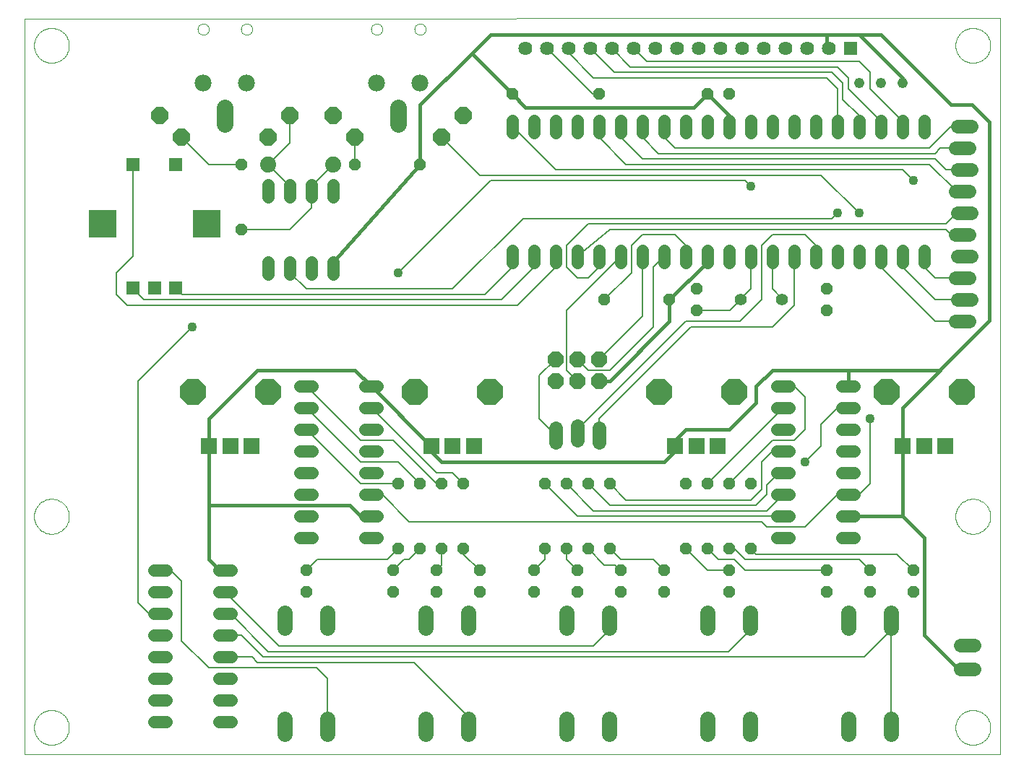
<source format=gtl>
G75*
G70*
%OFA0B0*%
%FSLAX24Y24*%
%IPPOS*%
%LPD*%
%AMOC8*
5,1,8,0,0,1.08239X$1,22.5*
%
%ADD10C,0.0000*%
%ADD11OC8,0.0740*%
%ADD12C,0.0560*%
%ADD13OC8,0.0560*%
%ADD14R,0.0740X0.0740*%
%ADD15OC8,0.1181*%
%ADD16C,0.0640*%
%ADD17C,0.0710*%
%ADD18R,0.0634X0.0634*%
%ADD19R,0.1266X0.1266*%
%ADD20C,0.0780*%
%ADD21OC8,0.0780*%
%ADD22C,0.0780*%
%ADD23C,0.0740*%
%ADD24R,0.0640X0.0640*%
%ADD25C,0.0640*%
%ADD26C,0.0480*%
%ADD27C,0.0560*%
%ADD28C,0.0160*%
%ADD29C,0.0080*%
%ADD30C,0.0436*%
D10*
X000864Y000865D02*
X000864Y034861D01*
X045864Y034865D01*
X045864Y000865D01*
X000864Y000865D01*
X001307Y002115D02*
X001309Y002171D01*
X001315Y002227D01*
X001325Y002283D01*
X001338Y002337D01*
X001356Y002391D01*
X001377Y002443D01*
X001401Y002494D01*
X001430Y002543D01*
X001461Y002589D01*
X001496Y002634D01*
X001533Y002676D01*
X001574Y002715D01*
X001617Y002751D01*
X001663Y002784D01*
X001710Y002814D01*
X001760Y002840D01*
X001812Y002863D01*
X001865Y002883D01*
X001919Y002898D01*
X001974Y002910D01*
X002030Y002918D01*
X002086Y002922D01*
X002142Y002922D01*
X002198Y002918D01*
X002254Y002910D01*
X002309Y002898D01*
X002363Y002883D01*
X002416Y002863D01*
X002468Y002840D01*
X002517Y002814D01*
X002565Y002784D01*
X002611Y002751D01*
X002654Y002715D01*
X002695Y002676D01*
X002732Y002634D01*
X002767Y002589D01*
X002798Y002543D01*
X002827Y002494D01*
X002851Y002443D01*
X002872Y002391D01*
X002890Y002337D01*
X002903Y002283D01*
X002913Y002227D01*
X002919Y002171D01*
X002921Y002115D01*
X002919Y002059D01*
X002913Y002003D01*
X002903Y001947D01*
X002890Y001893D01*
X002872Y001839D01*
X002851Y001787D01*
X002827Y001736D01*
X002798Y001687D01*
X002767Y001641D01*
X002732Y001596D01*
X002695Y001554D01*
X002654Y001515D01*
X002611Y001479D01*
X002565Y001446D01*
X002518Y001416D01*
X002468Y001390D01*
X002416Y001367D01*
X002363Y001347D01*
X002309Y001332D01*
X002254Y001320D01*
X002198Y001312D01*
X002142Y001308D01*
X002086Y001308D01*
X002030Y001312D01*
X001974Y001320D01*
X001919Y001332D01*
X001865Y001347D01*
X001812Y001367D01*
X001760Y001390D01*
X001710Y001416D01*
X001663Y001446D01*
X001617Y001479D01*
X001574Y001515D01*
X001533Y001554D01*
X001496Y001596D01*
X001461Y001641D01*
X001430Y001687D01*
X001401Y001736D01*
X001377Y001787D01*
X001356Y001839D01*
X001338Y001893D01*
X001325Y001947D01*
X001315Y002003D01*
X001309Y002059D01*
X001307Y002115D01*
X001307Y011865D02*
X001309Y011921D01*
X001315Y011977D01*
X001325Y012033D01*
X001338Y012087D01*
X001356Y012141D01*
X001377Y012193D01*
X001401Y012244D01*
X001430Y012293D01*
X001461Y012339D01*
X001496Y012384D01*
X001533Y012426D01*
X001574Y012465D01*
X001617Y012501D01*
X001663Y012534D01*
X001710Y012564D01*
X001760Y012590D01*
X001812Y012613D01*
X001865Y012633D01*
X001919Y012648D01*
X001974Y012660D01*
X002030Y012668D01*
X002086Y012672D01*
X002142Y012672D01*
X002198Y012668D01*
X002254Y012660D01*
X002309Y012648D01*
X002363Y012633D01*
X002416Y012613D01*
X002468Y012590D01*
X002517Y012564D01*
X002565Y012534D01*
X002611Y012501D01*
X002654Y012465D01*
X002695Y012426D01*
X002732Y012384D01*
X002767Y012339D01*
X002798Y012293D01*
X002827Y012244D01*
X002851Y012193D01*
X002872Y012141D01*
X002890Y012087D01*
X002903Y012033D01*
X002913Y011977D01*
X002919Y011921D01*
X002921Y011865D01*
X002919Y011809D01*
X002913Y011753D01*
X002903Y011697D01*
X002890Y011643D01*
X002872Y011589D01*
X002851Y011537D01*
X002827Y011486D01*
X002798Y011437D01*
X002767Y011391D01*
X002732Y011346D01*
X002695Y011304D01*
X002654Y011265D01*
X002611Y011229D01*
X002565Y011196D01*
X002518Y011166D01*
X002468Y011140D01*
X002416Y011117D01*
X002363Y011097D01*
X002309Y011082D01*
X002254Y011070D01*
X002198Y011062D01*
X002142Y011058D01*
X002086Y011058D01*
X002030Y011062D01*
X001974Y011070D01*
X001919Y011082D01*
X001865Y011097D01*
X001812Y011117D01*
X001760Y011140D01*
X001710Y011166D01*
X001663Y011196D01*
X001617Y011229D01*
X001574Y011265D01*
X001533Y011304D01*
X001496Y011346D01*
X001461Y011391D01*
X001430Y011437D01*
X001401Y011486D01*
X001377Y011537D01*
X001356Y011589D01*
X001338Y011643D01*
X001325Y011697D01*
X001315Y011753D01*
X001309Y011809D01*
X001307Y011865D01*
X001307Y033615D02*
X001309Y033671D01*
X001315Y033727D01*
X001325Y033783D01*
X001338Y033837D01*
X001356Y033891D01*
X001377Y033943D01*
X001401Y033994D01*
X001430Y034043D01*
X001461Y034089D01*
X001496Y034134D01*
X001533Y034176D01*
X001574Y034215D01*
X001617Y034251D01*
X001663Y034284D01*
X001710Y034314D01*
X001760Y034340D01*
X001812Y034363D01*
X001865Y034383D01*
X001919Y034398D01*
X001974Y034410D01*
X002030Y034418D01*
X002086Y034422D01*
X002142Y034422D01*
X002198Y034418D01*
X002254Y034410D01*
X002309Y034398D01*
X002363Y034383D01*
X002416Y034363D01*
X002468Y034340D01*
X002517Y034314D01*
X002565Y034284D01*
X002611Y034251D01*
X002654Y034215D01*
X002695Y034176D01*
X002732Y034134D01*
X002767Y034089D01*
X002798Y034043D01*
X002827Y033994D01*
X002851Y033943D01*
X002872Y033891D01*
X002890Y033837D01*
X002903Y033783D01*
X002913Y033727D01*
X002919Y033671D01*
X002921Y033615D01*
X002919Y033559D01*
X002913Y033503D01*
X002903Y033447D01*
X002890Y033393D01*
X002872Y033339D01*
X002851Y033287D01*
X002827Y033236D01*
X002798Y033187D01*
X002767Y033141D01*
X002732Y033096D01*
X002695Y033054D01*
X002654Y033015D01*
X002611Y032979D01*
X002565Y032946D01*
X002518Y032916D01*
X002468Y032890D01*
X002416Y032867D01*
X002363Y032847D01*
X002309Y032832D01*
X002254Y032820D01*
X002198Y032812D01*
X002142Y032808D01*
X002086Y032808D01*
X002030Y032812D01*
X001974Y032820D01*
X001919Y032832D01*
X001865Y032847D01*
X001812Y032867D01*
X001760Y032890D01*
X001710Y032916D01*
X001663Y032946D01*
X001617Y032979D01*
X001574Y033015D01*
X001533Y033054D01*
X001496Y033096D01*
X001461Y033141D01*
X001430Y033187D01*
X001401Y033236D01*
X001377Y033287D01*
X001356Y033339D01*
X001338Y033393D01*
X001325Y033447D01*
X001315Y033503D01*
X001309Y033559D01*
X001307Y033615D01*
X008854Y034365D02*
X008856Y034397D01*
X008862Y034428D01*
X008872Y034459D01*
X008885Y034488D01*
X008902Y034515D01*
X008922Y034540D01*
X008945Y034562D01*
X008970Y034582D01*
X008998Y034598D01*
X009028Y034610D01*
X009058Y034619D01*
X009090Y034624D01*
X009122Y034625D01*
X009154Y034622D01*
X009185Y034615D01*
X009215Y034604D01*
X009244Y034590D01*
X009271Y034572D01*
X009295Y034552D01*
X009317Y034528D01*
X009335Y034502D01*
X009350Y034474D01*
X009362Y034444D01*
X009370Y034413D01*
X009374Y034381D01*
X009374Y034349D01*
X009370Y034317D01*
X009362Y034286D01*
X009350Y034256D01*
X009335Y034228D01*
X009317Y034202D01*
X009295Y034178D01*
X009271Y034158D01*
X009244Y034140D01*
X009215Y034126D01*
X009185Y034115D01*
X009154Y034108D01*
X009122Y034105D01*
X009090Y034106D01*
X009058Y034111D01*
X009028Y034120D01*
X008998Y034132D01*
X008970Y034148D01*
X008945Y034168D01*
X008922Y034190D01*
X008902Y034215D01*
X008885Y034242D01*
X008872Y034271D01*
X008862Y034302D01*
X008856Y034333D01*
X008854Y034365D01*
X010854Y034365D02*
X010856Y034397D01*
X010862Y034428D01*
X010872Y034459D01*
X010885Y034488D01*
X010902Y034515D01*
X010922Y034540D01*
X010945Y034562D01*
X010970Y034582D01*
X010998Y034598D01*
X011028Y034610D01*
X011058Y034619D01*
X011090Y034624D01*
X011122Y034625D01*
X011154Y034622D01*
X011185Y034615D01*
X011215Y034604D01*
X011244Y034590D01*
X011271Y034572D01*
X011295Y034552D01*
X011317Y034528D01*
X011335Y034502D01*
X011350Y034474D01*
X011362Y034444D01*
X011370Y034413D01*
X011374Y034381D01*
X011374Y034349D01*
X011370Y034317D01*
X011362Y034286D01*
X011350Y034256D01*
X011335Y034228D01*
X011317Y034202D01*
X011295Y034178D01*
X011271Y034158D01*
X011244Y034140D01*
X011215Y034126D01*
X011185Y034115D01*
X011154Y034108D01*
X011122Y034105D01*
X011090Y034106D01*
X011058Y034111D01*
X011028Y034120D01*
X010998Y034132D01*
X010970Y034148D01*
X010945Y034168D01*
X010922Y034190D01*
X010902Y034215D01*
X010885Y034242D01*
X010872Y034271D01*
X010862Y034302D01*
X010856Y034333D01*
X010854Y034365D01*
X016854Y034365D02*
X016856Y034397D01*
X016862Y034428D01*
X016872Y034459D01*
X016885Y034488D01*
X016902Y034515D01*
X016922Y034540D01*
X016945Y034562D01*
X016970Y034582D01*
X016998Y034598D01*
X017028Y034610D01*
X017058Y034619D01*
X017090Y034624D01*
X017122Y034625D01*
X017154Y034622D01*
X017185Y034615D01*
X017215Y034604D01*
X017244Y034590D01*
X017271Y034572D01*
X017295Y034552D01*
X017317Y034528D01*
X017335Y034502D01*
X017350Y034474D01*
X017362Y034444D01*
X017370Y034413D01*
X017374Y034381D01*
X017374Y034349D01*
X017370Y034317D01*
X017362Y034286D01*
X017350Y034256D01*
X017335Y034228D01*
X017317Y034202D01*
X017295Y034178D01*
X017271Y034158D01*
X017244Y034140D01*
X017215Y034126D01*
X017185Y034115D01*
X017154Y034108D01*
X017122Y034105D01*
X017090Y034106D01*
X017058Y034111D01*
X017028Y034120D01*
X016998Y034132D01*
X016970Y034148D01*
X016945Y034168D01*
X016922Y034190D01*
X016902Y034215D01*
X016885Y034242D01*
X016872Y034271D01*
X016862Y034302D01*
X016856Y034333D01*
X016854Y034365D01*
X018854Y034365D02*
X018856Y034397D01*
X018862Y034428D01*
X018872Y034459D01*
X018885Y034488D01*
X018902Y034515D01*
X018922Y034540D01*
X018945Y034562D01*
X018970Y034582D01*
X018998Y034598D01*
X019028Y034610D01*
X019058Y034619D01*
X019090Y034624D01*
X019122Y034625D01*
X019154Y034622D01*
X019185Y034615D01*
X019215Y034604D01*
X019244Y034590D01*
X019271Y034572D01*
X019295Y034552D01*
X019317Y034528D01*
X019335Y034502D01*
X019350Y034474D01*
X019362Y034444D01*
X019370Y034413D01*
X019374Y034381D01*
X019374Y034349D01*
X019370Y034317D01*
X019362Y034286D01*
X019350Y034256D01*
X019335Y034228D01*
X019317Y034202D01*
X019295Y034178D01*
X019271Y034158D01*
X019244Y034140D01*
X019215Y034126D01*
X019185Y034115D01*
X019154Y034108D01*
X019122Y034105D01*
X019090Y034106D01*
X019058Y034111D01*
X019028Y034120D01*
X018998Y034132D01*
X018970Y034148D01*
X018945Y034168D01*
X018922Y034190D01*
X018902Y034215D01*
X018885Y034242D01*
X018872Y034271D01*
X018862Y034302D01*
X018856Y034333D01*
X018854Y034365D01*
X043807Y033615D02*
X043809Y033671D01*
X043815Y033727D01*
X043825Y033783D01*
X043838Y033837D01*
X043856Y033891D01*
X043877Y033943D01*
X043901Y033994D01*
X043930Y034043D01*
X043961Y034089D01*
X043996Y034134D01*
X044033Y034176D01*
X044074Y034215D01*
X044117Y034251D01*
X044163Y034284D01*
X044210Y034314D01*
X044260Y034340D01*
X044312Y034363D01*
X044365Y034383D01*
X044419Y034398D01*
X044474Y034410D01*
X044530Y034418D01*
X044586Y034422D01*
X044642Y034422D01*
X044698Y034418D01*
X044754Y034410D01*
X044809Y034398D01*
X044863Y034383D01*
X044916Y034363D01*
X044968Y034340D01*
X045017Y034314D01*
X045065Y034284D01*
X045111Y034251D01*
X045154Y034215D01*
X045195Y034176D01*
X045232Y034134D01*
X045267Y034089D01*
X045298Y034043D01*
X045327Y033994D01*
X045351Y033943D01*
X045372Y033891D01*
X045390Y033837D01*
X045403Y033783D01*
X045413Y033727D01*
X045419Y033671D01*
X045421Y033615D01*
X045419Y033559D01*
X045413Y033503D01*
X045403Y033447D01*
X045390Y033393D01*
X045372Y033339D01*
X045351Y033287D01*
X045327Y033236D01*
X045298Y033187D01*
X045267Y033141D01*
X045232Y033096D01*
X045195Y033054D01*
X045154Y033015D01*
X045111Y032979D01*
X045065Y032946D01*
X045018Y032916D01*
X044968Y032890D01*
X044916Y032867D01*
X044863Y032847D01*
X044809Y032832D01*
X044754Y032820D01*
X044698Y032812D01*
X044642Y032808D01*
X044586Y032808D01*
X044530Y032812D01*
X044474Y032820D01*
X044419Y032832D01*
X044365Y032847D01*
X044312Y032867D01*
X044260Y032890D01*
X044210Y032916D01*
X044163Y032946D01*
X044117Y032979D01*
X044074Y033015D01*
X044033Y033054D01*
X043996Y033096D01*
X043961Y033141D01*
X043930Y033187D01*
X043901Y033236D01*
X043877Y033287D01*
X043856Y033339D01*
X043838Y033393D01*
X043825Y033447D01*
X043815Y033503D01*
X043809Y033559D01*
X043807Y033615D01*
X043807Y011865D02*
X043809Y011921D01*
X043815Y011977D01*
X043825Y012033D01*
X043838Y012087D01*
X043856Y012141D01*
X043877Y012193D01*
X043901Y012244D01*
X043930Y012293D01*
X043961Y012339D01*
X043996Y012384D01*
X044033Y012426D01*
X044074Y012465D01*
X044117Y012501D01*
X044163Y012534D01*
X044210Y012564D01*
X044260Y012590D01*
X044312Y012613D01*
X044365Y012633D01*
X044419Y012648D01*
X044474Y012660D01*
X044530Y012668D01*
X044586Y012672D01*
X044642Y012672D01*
X044698Y012668D01*
X044754Y012660D01*
X044809Y012648D01*
X044863Y012633D01*
X044916Y012613D01*
X044968Y012590D01*
X045017Y012564D01*
X045065Y012534D01*
X045111Y012501D01*
X045154Y012465D01*
X045195Y012426D01*
X045232Y012384D01*
X045267Y012339D01*
X045298Y012293D01*
X045327Y012244D01*
X045351Y012193D01*
X045372Y012141D01*
X045390Y012087D01*
X045403Y012033D01*
X045413Y011977D01*
X045419Y011921D01*
X045421Y011865D01*
X045419Y011809D01*
X045413Y011753D01*
X045403Y011697D01*
X045390Y011643D01*
X045372Y011589D01*
X045351Y011537D01*
X045327Y011486D01*
X045298Y011437D01*
X045267Y011391D01*
X045232Y011346D01*
X045195Y011304D01*
X045154Y011265D01*
X045111Y011229D01*
X045065Y011196D01*
X045018Y011166D01*
X044968Y011140D01*
X044916Y011117D01*
X044863Y011097D01*
X044809Y011082D01*
X044754Y011070D01*
X044698Y011062D01*
X044642Y011058D01*
X044586Y011058D01*
X044530Y011062D01*
X044474Y011070D01*
X044419Y011082D01*
X044365Y011097D01*
X044312Y011117D01*
X044260Y011140D01*
X044210Y011166D01*
X044163Y011196D01*
X044117Y011229D01*
X044074Y011265D01*
X044033Y011304D01*
X043996Y011346D01*
X043961Y011391D01*
X043930Y011437D01*
X043901Y011486D01*
X043877Y011537D01*
X043856Y011589D01*
X043838Y011643D01*
X043825Y011697D01*
X043815Y011753D01*
X043809Y011809D01*
X043807Y011865D01*
X043807Y002115D02*
X043809Y002171D01*
X043815Y002227D01*
X043825Y002283D01*
X043838Y002337D01*
X043856Y002391D01*
X043877Y002443D01*
X043901Y002494D01*
X043930Y002543D01*
X043961Y002589D01*
X043996Y002634D01*
X044033Y002676D01*
X044074Y002715D01*
X044117Y002751D01*
X044163Y002784D01*
X044210Y002814D01*
X044260Y002840D01*
X044312Y002863D01*
X044365Y002883D01*
X044419Y002898D01*
X044474Y002910D01*
X044530Y002918D01*
X044586Y002922D01*
X044642Y002922D01*
X044698Y002918D01*
X044754Y002910D01*
X044809Y002898D01*
X044863Y002883D01*
X044916Y002863D01*
X044968Y002840D01*
X045017Y002814D01*
X045065Y002784D01*
X045111Y002751D01*
X045154Y002715D01*
X045195Y002676D01*
X045232Y002634D01*
X045267Y002589D01*
X045298Y002543D01*
X045327Y002494D01*
X045351Y002443D01*
X045372Y002391D01*
X045390Y002337D01*
X045403Y002283D01*
X045413Y002227D01*
X045419Y002171D01*
X045421Y002115D01*
X045419Y002059D01*
X045413Y002003D01*
X045403Y001947D01*
X045390Y001893D01*
X045372Y001839D01*
X045351Y001787D01*
X045327Y001736D01*
X045298Y001687D01*
X045267Y001641D01*
X045232Y001596D01*
X045195Y001554D01*
X045154Y001515D01*
X045111Y001479D01*
X045065Y001446D01*
X045018Y001416D01*
X044968Y001390D01*
X044916Y001367D01*
X044863Y001347D01*
X044809Y001332D01*
X044754Y001320D01*
X044698Y001312D01*
X044642Y001308D01*
X044586Y001308D01*
X044530Y001312D01*
X044474Y001320D01*
X044419Y001332D01*
X044365Y001347D01*
X044312Y001367D01*
X044260Y001390D01*
X044210Y001416D01*
X044163Y001446D01*
X044117Y001479D01*
X044074Y001515D01*
X044033Y001554D01*
X043996Y001596D01*
X043961Y001641D01*
X043930Y001687D01*
X043901Y001736D01*
X043877Y001787D01*
X043856Y001839D01*
X043838Y001893D01*
X043825Y001947D01*
X043815Y002003D01*
X043809Y002059D01*
X043807Y002115D01*
D11*
X027364Y018115D03*
X026364Y018115D03*
X025364Y018115D03*
X025364Y019115D03*
X026364Y019115D03*
X027364Y019115D03*
D12*
X027364Y023585D02*
X027364Y024145D01*
X026364Y024145D02*
X026364Y023585D01*
X025364Y023585D02*
X025364Y024145D01*
X024364Y024145D02*
X024364Y023585D01*
X023364Y023585D02*
X023364Y024145D01*
X028364Y024145D02*
X028364Y023585D01*
X029364Y023585D02*
X029364Y024145D01*
X030364Y024145D02*
X030364Y023585D01*
X031364Y023585D02*
X031364Y024145D01*
X032364Y024145D02*
X032364Y023585D01*
X033364Y023585D02*
X033364Y024145D01*
X034364Y024145D02*
X034364Y023585D01*
X035364Y023585D02*
X035364Y024145D01*
X036364Y024145D02*
X036364Y023585D01*
X037364Y023585D02*
X037364Y024145D01*
X038364Y024145D02*
X038364Y023585D01*
X039364Y023585D02*
X039364Y024145D01*
X040364Y024145D02*
X040364Y023585D01*
X041364Y023585D02*
X041364Y024145D01*
X042364Y024145D02*
X042364Y023585D01*
X042364Y029585D02*
X042364Y030145D01*
X041364Y030145D02*
X041364Y029585D01*
X040364Y029585D02*
X040364Y030145D01*
X039364Y030145D02*
X039364Y029585D01*
X038364Y029585D02*
X038364Y030145D01*
X037364Y030145D02*
X037364Y029585D01*
X036364Y029585D02*
X036364Y030145D01*
X035364Y030145D02*
X035364Y029585D01*
X034364Y029585D02*
X034364Y030145D01*
X033364Y030145D02*
X033364Y029585D01*
X032364Y029585D02*
X032364Y030145D01*
X031364Y030145D02*
X031364Y029585D01*
X030364Y029585D02*
X030364Y030145D01*
X029364Y030145D02*
X029364Y029585D01*
X028364Y029585D02*
X028364Y030145D01*
X027364Y030145D02*
X027364Y029585D01*
X026364Y029585D02*
X026364Y030145D01*
X025364Y030145D02*
X025364Y029585D01*
X024364Y029585D02*
X024364Y030145D01*
X023364Y030145D02*
X023364Y029585D01*
X015114Y027175D02*
X015114Y026615D01*
X014114Y026615D02*
X014114Y027175D01*
X013114Y027175D02*
X013114Y026615D01*
X012114Y026615D02*
X012114Y027175D01*
X012114Y023615D02*
X012114Y023055D01*
X013114Y023055D02*
X013114Y023615D01*
X014114Y023615D02*
X014114Y023055D01*
X015114Y023055D02*
X015114Y023615D01*
X014144Y017865D02*
X013584Y017865D01*
X013584Y016865D02*
X014144Y016865D01*
X014144Y015865D02*
X013584Y015865D01*
X013584Y014865D02*
X014144Y014865D01*
X014144Y013865D02*
X013584Y013865D01*
X013584Y012865D02*
X014144Y012865D01*
X014144Y011865D02*
X013584Y011865D01*
X013584Y010865D02*
X014144Y010865D01*
X016584Y010865D02*
X017144Y010865D01*
X017144Y011865D02*
X016584Y011865D01*
X016584Y012865D02*
X017144Y012865D01*
X017144Y013865D02*
X016584Y013865D01*
X016584Y014865D02*
X017144Y014865D01*
X017144Y015865D02*
X016584Y015865D01*
X016584Y016865D02*
X017144Y016865D01*
X017144Y017865D02*
X016584Y017865D01*
X010394Y009365D02*
X009834Y009365D01*
X009834Y008365D02*
X010394Y008365D01*
X010394Y007365D02*
X009834Y007365D01*
X009834Y006365D02*
X010394Y006365D01*
X010394Y005365D02*
X009834Y005365D01*
X009834Y004365D02*
X010394Y004365D01*
X010394Y003365D02*
X009834Y003365D01*
X009834Y002365D02*
X010394Y002365D01*
X007394Y002365D02*
X006834Y002365D01*
X006834Y003365D02*
X007394Y003365D01*
X007394Y004365D02*
X006834Y004365D01*
X006834Y005365D02*
X007394Y005365D01*
X007394Y006365D02*
X006834Y006365D01*
X006834Y007365D02*
X007394Y007365D01*
X007394Y008365D02*
X006834Y008365D01*
X006834Y009365D02*
X007394Y009365D01*
X035584Y010865D02*
X036144Y010865D01*
X036144Y011865D02*
X035584Y011865D01*
X035584Y012865D02*
X036144Y012865D01*
X036144Y013865D02*
X035584Y013865D01*
X035584Y014865D02*
X036144Y014865D01*
X036144Y015865D02*
X035584Y015865D01*
X035584Y016865D02*
X036144Y016865D01*
X036144Y017865D02*
X035584Y017865D01*
X038584Y017865D02*
X039144Y017865D01*
X039144Y016865D02*
X038584Y016865D01*
X038584Y015865D02*
X039144Y015865D01*
X039144Y014865D02*
X038584Y014865D01*
X038584Y013865D02*
X039144Y013865D01*
X039144Y012865D02*
X038584Y012865D01*
X038584Y011865D02*
X039144Y011865D01*
X039144Y010865D02*
X038584Y010865D01*
D13*
X037864Y009365D03*
X037864Y008365D03*
X039864Y008365D03*
X039864Y009365D03*
X041864Y009365D03*
X041864Y008365D03*
X034364Y010365D03*
X033364Y010365D03*
X032364Y010365D03*
X031364Y010365D03*
X030364Y009365D03*
X030364Y008365D03*
X028364Y008365D03*
X028364Y009365D03*
X027864Y010365D03*
X026864Y010365D03*
X025864Y010365D03*
X024864Y010365D03*
X024364Y009365D03*
X024364Y008365D03*
X026364Y008365D03*
X026364Y009365D03*
X021864Y009365D03*
X021864Y008365D03*
X019864Y008365D03*
X019864Y009365D03*
X020114Y010365D03*
X021114Y010365D03*
X019114Y010365D03*
X018114Y010365D03*
X017864Y009365D03*
X017864Y008365D03*
X013864Y008365D03*
X013864Y009365D03*
X018114Y013365D03*
X019114Y013365D03*
X020114Y013365D03*
X021114Y013365D03*
X024864Y013365D03*
X025864Y013365D03*
X026864Y013365D03*
X027864Y013365D03*
X031364Y013365D03*
X032364Y013365D03*
X033364Y013365D03*
X034364Y013365D03*
X033364Y009365D03*
X033364Y008365D03*
X031864Y021365D03*
X031864Y022365D03*
X030614Y021865D03*
X027614Y021865D03*
X019114Y028115D03*
X016114Y028115D03*
X010864Y028115D03*
X010864Y025115D03*
X023364Y031365D03*
X027364Y031365D03*
X032364Y031365D03*
X033364Y031365D03*
X037864Y022365D03*
X037864Y021365D03*
D14*
X041380Y015115D03*
X042364Y015115D03*
X043348Y015115D03*
X032848Y015115D03*
X031864Y015115D03*
X030880Y015115D03*
X021598Y015115D03*
X020614Y015115D03*
X019630Y015115D03*
X011348Y015115D03*
X010364Y015115D03*
X009380Y015115D03*
D15*
X008632Y017615D03*
X012096Y017615D03*
X018882Y017615D03*
X022346Y017615D03*
X030132Y017615D03*
X033596Y017615D03*
X040632Y017615D03*
X044096Y017615D03*
D16*
X043794Y020865D02*
X044434Y020865D01*
X044534Y021865D02*
X043894Y021865D01*
X043794Y022865D02*
X044434Y022865D01*
X044534Y023865D02*
X043894Y023865D01*
X043794Y024865D02*
X044434Y024865D01*
X044534Y025865D02*
X043894Y025865D01*
X043794Y026865D02*
X044434Y026865D01*
X044534Y027865D02*
X043894Y027865D01*
X043794Y028865D02*
X044434Y028865D01*
X044534Y029865D02*
X043894Y029865D01*
X027364Y015935D02*
X027364Y015295D01*
X026364Y015395D02*
X026364Y016035D01*
X025364Y015935D02*
X025364Y015295D01*
X044044Y005915D02*
X044684Y005915D01*
X044684Y004815D02*
X044044Y004815D01*
D17*
X040844Y006720D02*
X040844Y007430D01*
X038884Y007430D02*
X038884Y006720D01*
X034344Y006720D02*
X034344Y007430D01*
X032384Y007430D02*
X032384Y006720D01*
X027844Y006720D02*
X027844Y007430D01*
X025884Y007430D02*
X025884Y006720D01*
X021344Y006720D02*
X021344Y007430D01*
X019384Y007430D02*
X019384Y006720D01*
X014844Y006720D02*
X014844Y007430D01*
X012884Y007430D02*
X012884Y006720D01*
X012884Y002510D02*
X012884Y001800D01*
X014844Y001800D02*
X014844Y002510D01*
X019384Y002510D02*
X019384Y001800D01*
X021344Y001800D02*
X021344Y002510D01*
X025884Y002510D02*
X025884Y001800D01*
X027844Y001800D02*
X027844Y002510D01*
X032384Y002510D02*
X032384Y001800D01*
X034344Y001800D02*
X034344Y002510D01*
X038884Y002510D02*
X038884Y001800D01*
X040844Y001800D02*
X040844Y002510D01*
D18*
X007848Y022412D03*
X006864Y022412D03*
X005880Y022412D03*
X005880Y028120D03*
X007848Y028120D03*
D19*
X009266Y025365D03*
X004463Y025365D03*
D20*
X010114Y029975D02*
X010114Y030755D01*
X018114Y030755D02*
X018114Y029975D01*
D21*
X016114Y029365D03*
X015114Y030365D03*
X013114Y030365D03*
X012114Y029365D03*
X008114Y029365D03*
X007114Y030365D03*
X020114Y029365D03*
X021114Y030365D03*
D22*
X019114Y031865D03*
X017114Y031865D03*
X011114Y031865D03*
X009114Y031865D03*
D23*
X012114Y028115D03*
X015114Y028115D03*
D24*
X038963Y033467D03*
D25*
X037963Y033467D03*
X036963Y033467D03*
X035963Y033467D03*
X034963Y033467D03*
X033963Y033467D03*
X032963Y033467D03*
X031963Y033467D03*
X030963Y033467D03*
X029963Y033467D03*
X028963Y033467D03*
X027963Y033467D03*
X026963Y033467D03*
X025963Y033467D03*
X024963Y033467D03*
X023963Y033467D03*
D26*
X039364Y031865D03*
X040364Y031865D03*
X041364Y031865D03*
D27*
X035814Y021865D03*
X033914Y021865D03*
D28*
X032364Y023615D02*
X032364Y023865D01*
X032364Y023615D02*
X030614Y021865D01*
X030614Y020865D01*
X027864Y018115D01*
X027364Y018115D01*
X030864Y015365D02*
X030880Y015349D01*
X030880Y015115D01*
X030880Y014880D01*
X030364Y014365D01*
X020146Y014365D01*
X020130Y014380D01*
X020114Y014365D01*
X019614Y014865D01*
X019630Y014880D01*
X019630Y015115D01*
X019614Y015115D01*
X016864Y017865D01*
X016114Y018615D01*
X011614Y018615D01*
X009380Y016380D01*
X009380Y015115D01*
X009364Y015115D01*
X009364Y012365D01*
X015864Y012365D01*
X016364Y011865D01*
X016864Y011865D01*
X010114Y009365D02*
X009864Y009365D01*
X009364Y009865D01*
X009364Y012365D01*
X015114Y023615D02*
X019114Y028115D01*
X019114Y030865D01*
X021489Y033240D01*
X023364Y031365D01*
X023984Y030745D01*
X031744Y030745D01*
X032364Y031365D01*
X033364Y030365D01*
X033364Y029865D01*
X037864Y033467D02*
X037864Y034115D01*
X022364Y034115D01*
X021489Y033240D01*
X037864Y034115D02*
X039364Y034115D01*
X040364Y034115D01*
X043614Y030865D01*
X044574Y030865D01*
X045364Y030074D01*
X045364Y020919D01*
X043059Y018615D01*
X038864Y018615D01*
X038864Y017865D01*
X038864Y018615D02*
X035364Y018615D01*
X034614Y017865D01*
X034614Y017115D01*
X033364Y015865D01*
X031364Y015865D01*
X030864Y015365D01*
X038864Y011865D02*
X041364Y011865D01*
X041364Y015099D01*
X041380Y015115D01*
X041364Y015130D01*
X041364Y016865D01*
X043114Y018615D01*
X043059Y018615D01*
X041364Y011865D02*
X042364Y010865D01*
X042364Y006365D01*
X043864Y004865D01*
X044414Y004865D01*
X041364Y031865D02*
X041364Y032115D01*
X039364Y034115D01*
D29*
X037963Y033467D02*
X037864Y033467D01*
X038364Y032615D02*
X038864Y032115D01*
X038864Y031615D01*
X040364Y030115D01*
X040364Y029865D01*
X039364Y029865D02*
X039364Y030365D01*
X038614Y031115D01*
X038614Y031865D01*
X038114Y032365D01*
X028065Y032365D01*
X026963Y033467D01*
X027963Y033467D02*
X028815Y032615D01*
X038364Y032615D01*
X037864Y032115D02*
X038364Y031615D01*
X038364Y029865D01*
X039864Y031615D02*
X041364Y030115D01*
X041364Y029865D01*
X042614Y028865D02*
X043614Y029865D01*
X044214Y029865D01*
X044114Y028865D02*
X043114Y028865D01*
X042864Y028615D01*
X030114Y028615D01*
X029364Y029365D01*
X029364Y029865D01*
X028364Y029865D02*
X028364Y029365D01*
X029364Y028365D01*
X042864Y028365D01*
X043364Y027865D01*
X044214Y027865D01*
X044114Y026865D02*
X043864Y026865D01*
X042614Y028115D01*
X028614Y028115D01*
X027364Y029365D01*
X027364Y029865D01*
X027364Y031365D02*
X027065Y031365D01*
X024963Y033467D01*
X025864Y033369D02*
X025864Y033365D01*
X027114Y032115D01*
X037864Y032115D01*
X039364Y032865D02*
X039864Y032365D01*
X039864Y031615D01*
X039364Y032865D02*
X029565Y032865D01*
X028963Y033467D01*
X025963Y033467D02*
X025864Y033369D01*
X023364Y029865D02*
X025364Y027865D01*
X041364Y027865D01*
X041864Y027365D01*
X042614Y028865D02*
X030864Y028865D01*
X030364Y029365D01*
X030364Y029865D01*
X034114Y027365D02*
X034364Y027115D01*
X034114Y027365D02*
X022364Y027365D01*
X018114Y023115D01*
X020614Y022365D02*
X023864Y025615D01*
X038114Y025615D01*
X038364Y025865D01*
X039364Y025865D02*
X037614Y027615D01*
X021864Y027615D01*
X020114Y029365D01*
X016114Y029365D02*
X016114Y028115D01*
X015114Y028115D02*
X014114Y027115D01*
X014114Y026615D01*
X014114Y026115D01*
X013114Y025115D01*
X010864Y025115D01*
X013114Y026615D02*
X013114Y027115D01*
X012114Y028115D01*
X013114Y029115D01*
X013114Y030365D01*
X010864Y028115D02*
X009364Y028115D01*
X008114Y029365D01*
X005880Y028120D02*
X005864Y028105D01*
X005864Y023865D01*
X005114Y023115D01*
X005114Y022115D01*
X005614Y021615D01*
X023614Y021615D01*
X025364Y023365D01*
X025364Y023865D01*
X025864Y023365D02*
X025864Y024365D01*
X026864Y025365D01*
X043364Y025365D01*
X043864Y025865D01*
X044214Y025865D01*
X043364Y025115D02*
X043614Y024865D01*
X044114Y024865D01*
X043364Y025115D02*
X027864Y025115D01*
X026364Y023865D01*
X025864Y023365D02*
X026364Y022865D01*
X026864Y022865D01*
X027364Y023365D01*
X027364Y023865D01*
X028364Y023865D02*
X025864Y021365D01*
X025864Y018615D01*
X026364Y018115D01*
X026864Y018615D02*
X027864Y018615D01*
X029864Y020615D01*
X029864Y023365D01*
X030364Y023865D01*
X029364Y023865D02*
X029364Y021115D01*
X027364Y019115D01*
X026864Y018615D02*
X026364Y019115D01*
X025364Y019115D02*
X024614Y018365D01*
X024614Y016365D01*
X025364Y015615D01*
X026364Y015715D02*
X026364Y015865D01*
X031364Y020865D01*
X033864Y020865D01*
X034864Y021865D01*
X034864Y024365D01*
X035364Y024865D01*
X036864Y024865D01*
X037364Y024365D01*
X037364Y023865D01*
X036364Y023865D02*
X036364Y021615D01*
X035364Y020615D01*
X031614Y020615D01*
X027364Y016365D01*
X027364Y015615D01*
X026864Y013365D02*
X027864Y012365D01*
X034614Y012365D01*
X035114Y012865D01*
X035114Y013306D01*
X035673Y013865D01*
X035864Y013865D01*
X035864Y012865D02*
X035114Y012115D01*
X027114Y012115D01*
X025864Y013365D01*
X024864Y013365D02*
X026364Y011865D01*
X035864Y011865D01*
X035114Y011365D02*
X036864Y011365D01*
X038364Y012865D01*
X038864Y012865D01*
X039364Y012865D01*
X039864Y013365D01*
X039864Y016365D01*
X038864Y016865D02*
X038364Y016865D01*
X037614Y016115D01*
X037614Y015115D01*
X036864Y014365D01*
X035864Y014865D02*
X035364Y014865D01*
X034864Y014365D01*
X034864Y013115D01*
X034364Y012615D01*
X028614Y012615D01*
X027864Y013365D01*
X027864Y010365D02*
X028364Y009865D01*
X029864Y009865D01*
X030364Y009365D01*
X031364Y010365D02*
X032364Y009365D01*
X033364Y009365D01*
X033614Y009865D02*
X032864Y009865D01*
X032364Y010365D01*
X033364Y010365D02*
X033614Y010365D01*
X034114Y009865D01*
X039364Y009865D01*
X039864Y009365D01*
X041114Y010115D02*
X041864Y009365D01*
X041114Y010115D02*
X034614Y010115D01*
X034364Y010365D01*
X033614Y009865D02*
X034114Y009365D01*
X037864Y009365D01*
X035114Y011365D02*
X034864Y011615D01*
X018614Y011615D01*
X017364Y012865D01*
X016864Y012865D01*
X016364Y013365D02*
X013864Y015865D01*
X013864Y016865D02*
X016364Y014365D01*
X018114Y014365D01*
X019114Y013365D01*
X019864Y013365D02*
X020114Y013365D01*
X019864Y013365D02*
X017864Y015365D01*
X016364Y015365D01*
X013864Y017865D01*
X016864Y016865D02*
X019864Y013865D01*
X020614Y013865D01*
X021114Y013365D01*
X018114Y013365D02*
X016364Y013365D01*
X018114Y010365D02*
X017614Y009865D01*
X014364Y009865D01*
X013864Y009365D01*
X010364Y007365D02*
X012114Y005615D01*
X033344Y005615D01*
X034344Y006615D01*
X034344Y007075D01*
X039594Y005365D02*
X040844Y006615D01*
X040844Y007075D01*
X040844Y006615D02*
X040844Y002155D01*
X044364Y004815D02*
X044414Y004865D01*
X039594Y005365D02*
X011864Y005365D01*
X010864Y006365D01*
X010114Y006365D01*
X010114Y005365D02*
X011364Y005365D01*
X011614Y005115D01*
X018844Y005115D01*
X021344Y002615D01*
X021344Y002155D01*
X027094Y005865D02*
X027844Y006615D01*
X027844Y007075D01*
X027094Y005865D02*
X012614Y005865D01*
X010114Y008365D01*
X010114Y007365D02*
X010364Y007365D01*
X008114Y006115D02*
X009364Y004865D01*
X014344Y004865D01*
X014844Y004365D01*
X014844Y002155D01*
X008114Y006115D02*
X008114Y008865D01*
X007614Y009365D01*
X007114Y009365D01*
X006114Y007865D02*
X006614Y007365D01*
X007114Y007365D01*
X006114Y007865D02*
X006114Y018115D01*
X008614Y020615D01*
X008146Y022115D02*
X022114Y022115D01*
X023364Y023365D01*
X023364Y023865D01*
X024364Y023865D02*
X024364Y023365D01*
X022864Y021865D01*
X006364Y021865D01*
X005864Y022365D01*
X005864Y022396D01*
X005880Y022412D01*
X007848Y022412D02*
X008146Y022115D01*
X013114Y023115D02*
X013864Y022365D01*
X020614Y022365D01*
X027614Y021865D02*
X028864Y023115D01*
X028864Y024365D01*
X029364Y024865D01*
X030864Y024865D01*
X031364Y024365D01*
X031364Y023865D01*
X033914Y021915D02*
X033914Y021865D01*
X033414Y021365D01*
X031864Y021365D01*
X033914Y021915D02*
X034364Y022365D01*
X034364Y023865D01*
X035364Y023865D02*
X035364Y022365D01*
X035814Y021915D01*
X035814Y021865D01*
X040364Y023365D02*
X040364Y023865D01*
X040364Y023365D02*
X042864Y020865D01*
X044114Y020865D01*
X044214Y021865D02*
X042864Y021865D01*
X041364Y023365D01*
X041364Y023865D01*
X042364Y023865D02*
X042364Y023365D01*
X042864Y022865D01*
X044114Y022865D01*
X036864Y017365D02*
X036364Y017865D01*
X035864Y017865D01*
X036864Y017365D02*
X036864Y015865D01*
X036364Y015365D01*
X035364Y015365D01*
X033364Y013365D01*
X032364Y013365D02*
X035864Y016865D01*
X027614Y009615D02*
X026864Y010365D01*
X025864Y010365D02*
X025864Y009865D01*
X026364Y009365D01*
X027614Y009615D02*
X028114Y009615D01*
X028364Y009365D01*
X024864Y009865D02*
X024864Y010365D01*
X024864Y009865D02*
X024364Y009365D01*
X021864Y009365D02*
X021114Y010115D01*
X021114Y010365D01*
X020114Y010365D02*
X020114Y009615D01*
X019864Y009365D01*
X019114Y010365D02*
X018614Y009865D01*
X018364Y009865D01*
X017864Y009365D01*
X013114Y023115D02*
X013114Y023615D01*
D30*
X018114Y023115D03*
X008614Y020615D03*
X034364Y027115D03*
X038364Y025865D03*
X039364Y025865D03*
X041864Y027365D03*
X039864Y016365D03*
X036864Y014365D03*
M02*

</source>
